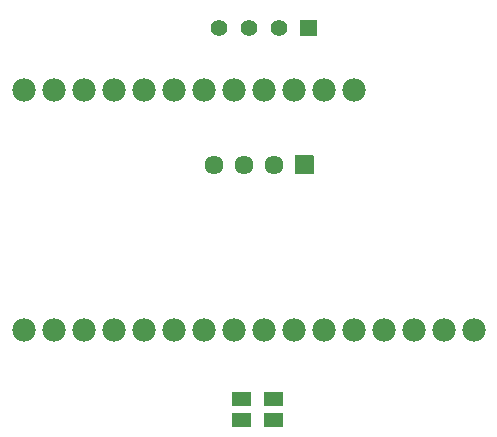
<source format=gbs>
G04 Layer: BottomSolderMaskLayer*
G04 EasyEDA v6.5.5, 2022-05-19 09:40:35*
G04 cccee4e8604c442182ae7a2f59335eea,d4d611e81e4947998488be7877915955,10*
G04 Gerber Generator version 0.2*
G04 Scale: 100 percent, Rotated: No, Reflected: No *
G04 Dimensions in millimeters *
G04 leading zeros omitted , absolute positions ,4 integer and 5 decimal *
%FSLAX45Y45*%
%MOMM*%

%ADD21C,1.9812*%
%ADD23C,1.6096*%
%ADD25C,1.3970*%

%LPD*%
G36*
X4831079Y1328420D02*
G01*
X4829556Y1328673D01*
X4828031Y1329436D01*
X4827015Y1330452D01*
X4826254Y1331976D01*
X4826000Y1333500D01*
X4826000Y1435100D01*
X4826254Y1436623D01*
X4827015Y1438147D01*
X4828031Y1439163D01*
X4829556Y1439926D01*
X4831079Y1440179D01*
X4983479Y1440179D01*
X4985004Y1439926D01*
X4986527Y1439163D01*
X4987543Y1438147D01*
X4988306Y1436623D01*
X4988559Y1435100D01*
X4988559Y1333500D01*
X4988306Y1331976D01*
X4987543Y1330452D01*
X4986527Y1329436D01*
X4985004Y1328673D01*
X4983479Y1328420D01*
G37*
G36*
X4831079Y1150620D02*
G01*
X4829556Y1150873D01*
X4828031Y1151636D01*
X4827015Y1152652D01*
X4826254Y1154176D01*
X4826000Y1155700D01*
X4826000Y1257300D01*
X4826254Y1258823D01*
X4827015Y1260347D01*
X4828031Y1261363D01*
X4829556Y1262126D01*
X4831079Y1262379D01*
X4983479Y1262379D01*
X4985004Y1262126D01*
X4986527Y1261363D01*
X4987543Y1260347D01*
X4988306Y1258823D01*
X4988559Y1257300D01*
X4988559Y1155700D01*
X4988306Y1154176D01*
X4987543Y1152652D01*
X4986527Y1151636D01*
X4985004Y1150873D01*
X4983479Y1150620D01*
G37*
G36*
X5100320Y1150620D02*
G01*
X5098795Y1150873D01*
X5097272Y1151636D01*
X5096256Y1152652D01*
X5095493Y1154176D01*
X5095240Y1155700D01*
X5095240Y1257300D01*
X5095493Y1258823D01*
X5096256Y1260347D01*
X5097272Y1261363D01*
X5098795Y1262126D01*
X5100320Y1262379D01*
X5252720Y1262379D01*
X5254243Y1262126D01*
X5255768Y1261363D01*
X5256784Y1260347D01*
X5257545Y1258823D01*
X5257800Y1257300D01*
X5257800Y1155700D01*
X5257545Y1154176D01*
X5256784Y1152652D01*
X5255768Y1151636D01*
X5254243Y1150873D01*
X5252720Y1150620D01*
G37*
G36*
X5100320Y1328420D02*
G01*
X5098795Y1328673D01*
X5097272Y1329436D01*
X5096256Y1330452D01*
X5095493Y1331976D01*
X5095240Y1333500D01*
X5095240Y1435100D01*
X5095493Y1436623D01*
X5096256Y1438147D01*
X5097272Y1439163D01*
X5098795Y1439926D01*
X5100320Y1440179D01*
X5252720Y1440179D01*
X5254243Y1439926D01*
X5255768Y1439163D01*
X5256784Y1438147D01*
X5257545Y1436623D01*
X5257800Y1435100D01*
X5257800Y1333500D01*
X5257545Y1331976D01*
X5256784Y1330452D01*
X5255768Y1329436D01*
X5254243Y1328673D01*
X5252720Y1328420D01*
G37*
D21*
G01*
X5854700Y4000500D03*
G01*
X5600700Y4000500D03*
G01*
X5346700Y4000500D03*
G01*
X5092700Y4000500D03*
G01*
X4838700Y4000500D03*
G01*
X4584700Y4000500D03*
G01*
X4330700Y4000500D03*
G01*
X4076700Y4000500D03*
G01*
X3822700Y4000500D03*
G01*
X3568700Y4000500D03*
G01*
X3314700Y4000500D03*
G01*
X3060700Y4000500D03*
G01*
X5854700Y1968500D03*
G01*
X5600700Y1968500D03*
G01*
X5346700Y1968500D03*
G01*
X5092700Y1968500D03*
G01*
X4838700Y1968500D03*
G01*
X4584700Y1968500D03*
G01*
X4330700Y1968500D03*
G01*
X4076700Y1968500D03*
G01*
X3822700Y1968500D03*
G01*
X3568700Y1968500D03*
G01*
X3314700Y1968500D03*
G01*
X3060700Y1968500D03*
G01*
X6108700Y1968500D03*
G01*
X6362700Y1968500D03*
G01*
X6616700Y1968500D03*
G01*
X6870700Y1968500D03*
G36*
X5360161Y3284981D02*
G01*
X5360200Y3285020D01*
X5358676Y3285274D01*
X5357152Y3286036D01*
X5356136Y3287052D01*
X5355374Y3288576D01*
X5355120Y3290100D01*
X5355081Y3290062D01*
X5355081Y3440937D01*
X5355120Y3440899D01*
X5355374Y3442423D01*
X5356136Y3443947D01*
X5357152Y3444963D01*
X5358676Y3445725D01*
X5360200Y3445979D01*
X5360161Y3446018D01*
X5511038Y3446018D01*
X5510999Y3445979D01*
X5512523Y3445725D01*
X5514047Y3444963D01*
X5515063Y3443947D01*
X5515825Y3442423D01*
X5516079Y3440899D01*
X5516118Y3440937D01*
X5516118Y3290062D01*
X5516079Y3290100D01*
X5515825Y3288576D01*
X5515063Y3287052D01*
X5514047Y3286036D01*
X5512523Y3285274D01*
X5510999Y3285020D01*
X5511038Y3284981D01*
G37*
D23*
G01*
X5181600Y3365500D03*
G01*
X4927600Y3365500D03*
G01*
X4673600Y3365500D03*
G36*
X5408929Y4456684D02*
G01*
X5408929Y4456714D01*
X5407406Y4456968D01*
X5405881Y4457730D01*
X5404865Y4458746D01*
X5404104Y4460270D01*
X5403850Y4461794D01*
X5403850Y4591334D01*
X5404104Y4592858D01*
X5404865Y4594382D01*
X5405881Y4595398D01*
X5407406Y4596160D01*
X5408929Y4596414D01*
X5408929Y4596384D01*
X5538470Y4596384D01*
X5538470Y4596414D01*
X5539993Y4596160D01*
X5541518Y4595398D01*
X5542534Y4594382D01*
X5543295Y4592858D01*
X5543550Y4591334D01*
X5543550Y4461794D01*
X5543295Y4460270D01*
X5542534Y4458746D01*
X5541518Y4457730D01*
X5539993Y4456968D01*
X5538470Y4456714D01*
X5538470Y4456684D01*
G37*
D25*
G01*
X5219700Y4526559D03*
G01*
X4965700Y4526559D03*
G01*
X4711700Y4526559D03*
M02*

</source>
